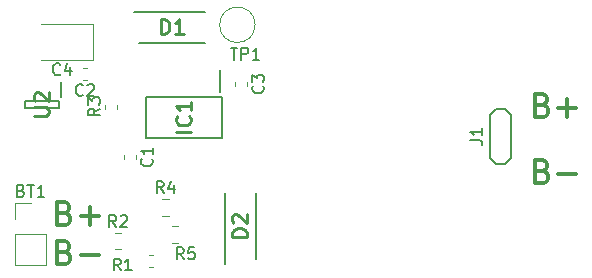
<source format=gto>
G04 #@! TF.GenerationSoftware,KiCad,Pcbnew,(5.1.5)-3*
G04 #@! TF.CreationDate,2020-06-17T17:40:25+02:00*
G04 #@! TF.ProjectId,AGB_LIPO,4147425f-4c49-4504-9f2e-6b696361645f,rev?*
G04 #@! TF.SameCoordinates,Original*
G04 #@! TF.FileFunction,Legend,Top*
G04 #@! TF.FilePolarity,Positive*
%FSLAX46Y46*%
G04 Gerber Fmt 4.6, Leading zero omitted, Abs format (unit mm)*
G04 Created by KiCad (PCBNEW (5.1.5)-3) date 2020-06-17 17:40:25*
%MOMM*%
%LPD*%
G04 APERTURE LIST*
%ADD10C,0.300000*%
%ADD11C,0.120000*%
%ADD12C,0.200000*%
%ADD13C,0.150000*%
%ADD14C,0.254000*%
G04 APERTURE END LIST*
D10*
X159129761Y-105782142D02*
X159415476Y-105877380D01*
X159510714Y-105972619D01*
X159605952Y-106163095D01*
X159605952Y-106448809D01*
X159510714Y-106639285D01*
X159415476Y-106734523D01*
X159225000Y-106829761D01*
X158463095Y-106829761D01*
X158463095Y-104829761D01*
X159129761Y-104829761D01*
X159320238Y-104925000D01*
X159415476Y-105020238D01*
X159510714Y-105210714D01*
X159510714Y-105401190D01*
X159415476Y-105591666D01*
X159320238Y-105686904D01*
X159129761Y-105782142D01*
X158463095Y-105782142D01*
X160463095Y-106067857D02*
X161986904Y-106067857D01*
X159129761Y-100182142D02*
X159415476Y-100277380D01*
X159510714Y-100372619D01*
X159605952Y-100563095D01*
X159605952Y-100848809D01*
X159510714Y-101039285D01*
X159415476Y-101134523D01*
X159225000Y-101229761D01*
X158463095Y-101229761D01*
X158463095Y-99229761D01*
X159129761Y-99229761D01*
X159320238Y-99325000D01*
X159415476Y-99420238D01*
X159510714Y-99610714D01*
X159510714Y-99801190D01*
X159415476Y-99991666D01*
X159320238Y-100086904D01*
X159129761Y-100182142D01*
X158463095Y-100182142D01*
X160463095Y-100467857D02*
X161986904Y-100467857D01*
X161225000Y-101229761D02*
X161225000Y-99705952D01*
X118690261Y-109341642D02*
X118975976Y-109436880D01*
X119071214Y-109532119D01*
X119166452Y-109722595D01*
X119166452Y-110008309D01*
X119071214Y-110198785D01*
X118975976Y-110294023D01*
X118785500Y-110389261D01*
X118023595Y-110389261D01*
X118023595Y-108389261D01*
X118690261Y-108389261D01*
X118880738Y-108484500D01*
X118975976Y-108579738D01*
X119071214Y-108770214D01*
X119071214Y-108960690D01*
X118975976Y-109151166D01*
X118880738Y-109246404D01*
X118690261Y-109341642D01*
X118023595Y-109341642D01*
X120023595Y-109627357D02*
X121547404Y-109627357D01*
X120785500Y-110389261D02*
X120785500Y-108865452D01*
X118690261Y-112641642D02*
X118975976Y-112736880D01*
X119071214Y-112832119D01*
X119166452Y-113022595D01*
X119166452Y-113308309D01*
X119071214Y-113498785D01*
X118975976Y-113594023D01*
X118785500Y-113689261D01*
X118023595Y-113689261D01*
X118023595Y-111689261D01*
X118690261Y-111689261D01*
X118880738Y-111784500D01*
X118975976Y-111879738D01*
X119071214Y-112070214D01*
X119071214Y-112260690D01*
X118975976Y-112451166D01*
X118880738Y-112546404D01*
X118690261Y-112641642D01*
X118023595Y-112641642D01*
X120023595Y-112927357D02*
X121547404Y-112927357D01*
D11*
X123135000Y-100496267D02*
X123135000Y-100153733D01*
X122115000Y-100496267D02*
X122115000Y-100153733D01*
X126196267Y-112925000D02*
X125853733Y-112925000D01*
X126196267Y-113945000D02*
X125853733Y-113945000D01*
X134101000Y-98604267D02*
X134101000Y-98261733D01*
X133081000Y-98604267D02*
X133081000Y-98261733D01*
X123735000Y-104413733D02*
X123735000Y-104756267D01*
X124755000Y-104413733D02*
X124755000Y-104756267D01*
X128256252Y-110435000D02*
X127733748Y-110435000D01*
X128256252Y-111855000D02*
X127733748Y-111855000D01*
X126953748Y-109557000D02*
X127476252Y-109557000D01*
X126953748Y-108137000D02*
X127476252Y-108137000D01*
X122943748Y-112425000D02*
X123466252Y-112425000D01*
X122943748Y-111005000D02*
X123466252Y-111005000D01*
D12*
X118395000Y-98260000D02*
X118395000Y-99510000D01*
X115315000Y-99860000D02*
X118215000Y-99860000D01*
X115315000Y-100410000D02*
X115315000Y-99860000D01*
X118215000Y-100410000D02*
X115315000Y-100410000D01*
X118215000Y-99860000D02*
X118215000Y-100410000D01*
D11*
X120554267Y-97035000D02*
X120211733Y-97035000D01*
X120554267Y-98055000D02*
X120211733Y-98055000D01*
X134800000Y-93400000D02*
G75*
G03X134800000Y-93400000I-1500000J0D01*
G01*
D12*
X131835000Y-97225000D02*
X131835000Y-99125000D01*
X125535000Y-99475000D02*
X132035000Y-99475000D01*
X125535000Y-102975000D02*
X125535000Y-99475000D01*
X132035000Y-102975000D02*
X125535000Y-102975000D01*
X132035000Y-99475000D02*
X132035000Y-102975000D01*
X134835000Y-113215000D02*
X134835000Y-107615000D01*
X132235000Y-107615000D02*
X132235000Y-113640000D01*
X124949000Y-94907000D02*
X130549000Y-94907000D01*
X130549000Y-92307000D02*
X124524000Y-92307000D01*
D13*
X155175000Y-105155000D02*
X154675000Y-104655000D01*
X155975000Y-105155000D02*
X155175000Y-105155000D01*
X156475000Y-104655000D02*
X155975000Y-105155000D01*
X156475000Y-101055000D02*
X156475000Y-104655000D01*
X155975000Y-100555000D02*
X156475000Y-101055000D01*
X155175000Y-100555000D02*
X155975000Y-100555000D01*
X154675000Y-101055000D02*
X155175000Y-100555000D01*
X154675000Y-104655000D02*
X154675000Y-101055000D01*
D11*
X121090000Y-93355000D02*
X116705000Y-93355000D01*
X121090000Y-96375000D02*
X121090000Y-93355000D01*
X116705000Y-96375000D02*
X121090000Y-96375000D01*
X114455500Y-108504500D02*
X115785500Y-108504500D01*
X114455500Y-109834500D02*
X114455500Y-108504500D01*
X114455500Y-111104500D02*
X117115500Y-111104500D01*
X117115500Y-111104500D02*
X117115500Y-113704500D01*
X114455500Y-111104500D02*
X114455500Y-113704500D01*
X114455500Y-113704500D02*
X117115500Y-113704500D01*
D13*
X121647380Y-100491666D02*
X121171190Y-100825000D01*
X121647380Y-101063095D02*
X120647380Y-101063095D01*
X120647380Y-100682142D01*
X120695000Y-100586904D01*
X120742619Y-100539285D01*
X120837857Y-100491666D01*
X120980714Y-100491666D01*
X121075952Y-100539285D01*
X121123571Y-100586904D01*
X121171190Y-100682142D01*
X121171190Y-101063095D01*
X120647380Y-100158333D02*
X120647380Y-99539285D01*
X121028333Y-99872619D01*
X121028333Y-99729761D01*
X121075952Y-99634523D01*
X121123571Y-99586904D01*
X121218809Y-99539285D01*
X121456904Y-99539285D01*
X121552142Y-99586904D01*
X121599761Y-99634523D01*
X121647380Y-99729761D01*
X121647380Y-100015476D01*
X121599761Y-100110714D01*
X121552142Y-100158333D01*
X123408333Y-114202380D02*
X123075000Y-113726190D01*
X122836904Y-114202380D02*
X122836904Y-113202380D01*
X123217857Y-113202380D01*
X123313095Y-113250000D01*
X123360714Y-113297619D01*
X123408333Y-113392857D01*
X123408333Y-113535714D01*
X123360714Y-113630952D01*
X123313095Y-113678571D01*
X123217857Y-113726190D01*
X122836904Y-113726190D01*
X124360714Y-114202380D02*
X123789285Y-114202380D01*
X124075000Y-114202380D02*
X124075000Y-113202380D01*
X123979761Y-113345238D01*
X123884523Y-113440476D01*
X123789285Y-113488095D01*
X135457142Y-98566666D02*
X135504761Y-98614285D01*
X135552380Y-98757142D01*
X135552380Y-98852380D01*
X135504761Y-98995238D01*
X135409523Y-99090476D01*
X135314285Y-99138095D01*
X135123809Y-99185714D01*
X134980952Y-99185714D01*
X134790476Y-99138095D01*
X134695238Y-99090476D01*
X134600000Y-98995238D01*
X134552380Y-98852380D01*
X134552380Y-98757142D01*
X134600000Y-98614285D01*
X134647619Y-98566666D01*
X134552380Y-98233333D02*
X134552380Y-97614285D01*
X134933333Y-97947619D01*
X134933333Y-97804761D01*
X134980952Y-97709523D01*
X135028571Y-97661904D01*
X135123809Y-97614285D01*
X135361904Y-97614285D01*
X135457142Y-97661904D01*
X135504761Y-97709523D01*
X135552380Y-97804761D01*
X135552380Y-98090476D01*
X135504761Y-98185714D01*
X135457142Y-98233333D01*
X126032142Y-104751666D02*
X126079761Y-104799285D01*
X126127380Y-104942142D01*
X126127380Y-105037380D01*
X126079761Y-105180238D01*
X125984523Y-105275476D01*
X125889285Y-105323095D01*
X125698809Y-105370714D01*
X125555952Y-105370714D01*
X125365476Y-105323095D01*
X125270238Y-105275476D01*
X125175000Y-105180238D01*
X125127380Y-105037380D01*
X125127380Y-104942142D01*
X125175000Y-104799285D01*
X125222619Y-104751666D01*
X126127380Y-103799285D02*
X126127380Y-104370714D01*
X126127380Y-104085000D02*
X125127380Y-104085000D01*
X125270238Y-104180238D01*
X125365476Y-104275476D01*
X125413095Y-104370714D01*
X128758333Y-113252380D02*
X128425000Y-112776190D01*
X128186904Y-113252380D02*
X128186904Y-112252380D01*
X128567857Y-112252380D01*
X128663095Y-112300000D01*
X128710714Y-112347619D01*
X128758333Y-112442857D01*
X128758333Y-112585714D01*
X128710714Y-112680952D01*
X128663095Y-112728571D01*
X128567857Y-112776190D01*
X128186904Y-112776190D01*
X129663095Y-112252380D02*
X129186904Y-112252380D01*
X129139285Y-112728571D01*
X129186904Y-112680952D01*
X129282142Y-112633333D01*
X129520238Y-112633333D01*
X129615476Y-112680952D01*
X129663095Y-112728571D01*
X129710714Y-112823809D01*
X129710714Y-113061904D01*
X129663095Y-113157142D01*
X129615476Y-113204761D01*
X129520238Y-113252380D01*
X129282142Y-113252380D01*
X129186904Y-113204761D01*
X129139285Y-113157142D01*
X127048333Y-107649380D02*
X126715000Y-107173190D01*
X126476904Y-107649380D02*
X126476904Y-106649380D01*
X126857857Y-106649380D01*
X126953095Y-106697000D01*
X127000714Y-106744619D01*
X127048333Y-106839857D01*
X127048333Y-106982714D01*
X127000714Y-107077952D01*
X126953095Y-107125571D01*
X126857857Y-107173190D01*
X126476904Y-107173190D01*
X127905476Y-106982714D02*
X127905476Y-107649380D01*
X127667380Y-106601761D02*
X127429285Y-107316047D01*
X128048333Y-107316047D01*
X123038333Y-110517380D02*
X122705000Y-110041190D01*
X122466904Y-110517380D02*
X122466904Y-109517380D01*
X122847857Y-109517380D01*
X122943095Y-109565000D01*
X122990714Y-109612619D01*
X123038333Y-109707857D01*
X123038333Y-109850714D01*
X122990714Y-109945952D01*
X122943095Y-109993571D01*
X122847857Y-110041190D01*
X122466904Y-110041190D01*
X123419285Y-109612619D02*
X123466904Y-109565000D01*
X123562142Y-109517380D01*
X123800238Y-109517380D01*
X123895476Y-109565000D01*
X123943095Y-109612619D01*
X123990714Y-109707857D01*
X123990714Y-109803095D01*
X123943095Y-109945952D01*
X123371666Y-110517380D01*
X123990714Y-110517380D01*
D14*
X116069523Y-101102619D02*
X117097619Y-101102619D01*
X117218571Y-101042142D01*
X117279047Y-100981666D01*
X117339523Y-100860714D01*
X117339523Y-100618809D01*
X117279047Y-100497857D01*
X117218571Y-100437380D01*
X117097619Y-100376904D01*
X116069523Y-100376904D01*
X116190476Y-99832619D02*
X116130000Y-99772142D01*
X116069523Y-99651190D01*
X116069523Y-99348809D01*
X116130000Y-99227857D01*
X116190476Y-99167380D01*
X116311428Y-99106904D01*
X116432380Y-99106904D01*
X116613809Y-99167380D01*
X117339523Y-99893095D01*
X117339523Y-99106904D01*
D13*
X120216333Y-99332142D02*
X120168714Y-99379761D01*
X120025857Y-99427380D01*
X119930619Y-99427380D01*
X119787761Y-99379761D01*
X119692523Y-99284523D01*
X119644904Y-99189285D01*
X119597285Y-98998809D01*
X119597285Y-98855952D01*
X119644904Y-98665476D01*
X119692523Y-98570238D01*
X119787761Y-98475000D01*
X119930619Y-98427380D01*
X120025857Y-98427380D01*
X120168714Y-98475000D01*
X120216333Y-98522619D01*
X120597285Y-98522619D02*
X120644904Y-98475000D01*
X120740142Y-98427380D01*
X120978238Y-98427380D01*
X121073476Y-98475000D01*
X121121095Y-98522619D01*
X121168714Y-98617857D01*
X121168714Y-98713095D01*
X121121095Y-98855952D01*
X120549666Y-99427380D01*
X121168714Y-99427380D01*
X132738095Y-95352380D02*
X133309523Y-95352380D01*
X133023809Y-96352380D02*
X133023809Y-95352380D01*
X133642857Y-96352380D02*
X133642857Y-95352380D01*
X134023809Y-95352380D01*
X134119047Y-95400000D01*
X134166666Y-95447619D01*
X134214285Y-95542857D01*
X134214285Y-95685714D01*
X134166666Y-95780952D01*
X134119047Y-95828571D01*
X134023809Y-95876190D01*
X133642857Y-95876190D01*
X135166666Y-96352380D02*
X134595238Y-96352380D01*
X134880952Y-96352380D02*
X134880952Y-95352380D01*
X134785714Y-95495238D01*
X134690476Y-95590476D01*
X134595238Y-95638095D01*
D14*
X129359523Y-102464761D02*
X128089523Y-102464761D01*
X129238571Y-101134285D02*
X129299047Y-101194761D01*
X129359523Y-101376190D01*
X129359523Y-101497142D01*
X129299047Y-101678571D01*
X129178095Y-101799523D01*
X129057142Y-101860000D01*
X128815238Y-101920476D01*
X128633809Y-101920476D01*
X128391904Y-101860000D01*
X128270952Y-101799523D01*
X128150000Y-101678571D01*
X128089523Y-101497142D01*
X128089523Y-101376190D01*
X128150000Y-101194761D01*
X128210476Y-101134285D01*
X129359523Y-99924761D02*
X129359523Y-100650476D01*
X129359523Y-100287619D02*
X128089523Y-100287619D01*
X128270952Y-100408571D01*
X128391904Y-100529523D01*
X128452380Y-100650476D01*
X134109523Y-111352380D02*
X132839523Y-111352380D01*
X132839523Y-111050000D01*
X132900000Y-110868571D01*
X133020952Y-110747619D01*
X133141904Y-110687142D01*
X133383809Y-110626666D01*
X133565238Y-110626666D01*
X133807142Y-110687142D01*
X133928095Y-110747619D01*
X134049047Y-110868571D01*
X134109523Y-111050000D01*
X134109523Y-111352380D01*
X132960476Y-110142857D02*
X132900000Y-110082380D01*
X132839523Y-109961428D01*
X132839523Y-109659047D01*
X132900000Y-109538095D01*
X132960476Y-109477619D01*
X133081428Y-109417142D01*
X133202380Y-109417142D01*
X133383809Y-109477619D01*
X134109523Y-110203333D01*
X134109523Y-109417142D01*
X126811619Y-94181523D02*
X126811619Y-92911523D01*
X127114000Y-92911523D01*
X127295428Y-92972000D01*
X127416380Y-93092952D01*
X127476857Y-93213904D01*
X127537333Y-93455809D01*
X127537333Y-93637238D01*
X127476857Y-93879142D01*
X127416380Y-94000095D01*
X127295428Y-94121047D01*
X127114000Y-94181523D01*
X126811619Y-94181523D01*
X128746857Y-94181523D02*
X128021142Y-94181523D01*
X128384000Y-94181523D02*
X128384000Y-92911523D01*
X128263047Y-93092952D01*
X128142095Y-93213904D01*
X128021142Y-93274380D01*
D13*
X153027380Y-103158333D02*
X153741666Y-103158333D01*
X153884523Y-103205952D01*
X153979761Y-103301190D01*
X154027380Y-103444047D01*
X154027380Y-103539285D01*
X154027380Y-102158333D02*
X154027380Y-102729761D01*
X154027380Y-102444047D02*
X153027380Y-102444047D01*
X153170238Y-102539285D01*
X153265476Y-102634523D01*
X153313095Y-102729761D01*
X118288333Y-97572142D02*
X118240714Y-97619761D01*
X118097857Y-97667380D01*
X118002619Y-97667380D01*
X117859761Y-97619761D01*
X117764523Y-97524523D01*
X117716904Y-97429285D01*
X117669285Y-97238809D01*
X117669285Y-97095952D01*
X117716904Y-96905476D01*
X117764523Y-96810238D01*
X117859761Y-96715000D01*
X118002619Y-96667380D01*
X118097857Y-96667380D01*
X118240714Y-96715000D01*
X118288333Y-96762619D01*
X119145476Y-97000714D02*
X119145476Y-97667380D01*
X118907380Y-96619761D02*
X118669285Y-97334047D01*
X119288333Y-97334047D01*
X114999785Y-107433071D02*
X115142642Y-107480690D01*
X115190261Y-107528309D01*
X115237880Y-107623547D01*
X115237880Y-107766404D01*
X115190261Y-107861642D01*
X115142642Y-107909261D01*
X115047404Y-107956880D01*
X114666452Y-107956880D01*
X114666452Y-106956880D01*
X114999785Y-106956880D01*
X115095023Y-107004500D01*
X115142642Y-107052119D01*
X115190261Y-107147357D01*
X115190261Y-107242595D01*
X115142642Y-107337833D01*
X115095023Y-107385452D01*
X114999785Y-107433071D01*
X114666452Y-107433071D01*
X115523595Y-106956880D02*
X116095023Y-106956880D01*
X115809309Y-107956880D02*
X115809309Y-106956880D01*
X116952166Y-107956880D02*
X116380738Y-107956880D01*
X116666452Y-107956880D02*
X116666452Y-106956880D01*
X116571214Y-107099738D01*
X116475976Y-107194976D01*
X116380738Y-107242595D01*
M02*

</source>
